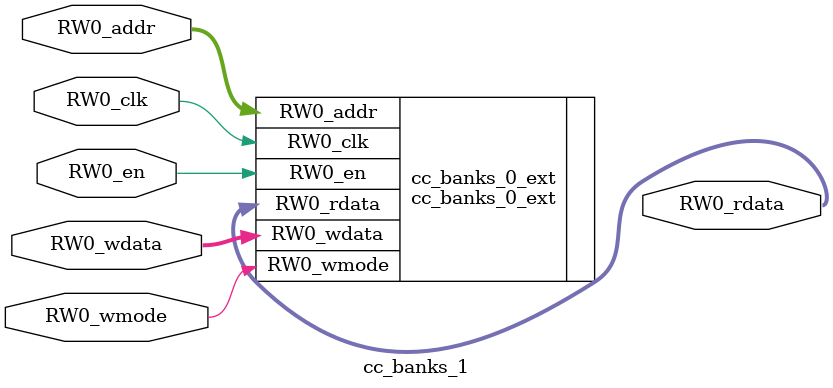
<source format=sv>
`ifndef RANDOMIZE
  `ifdef RANDOMIZE_REG_INIT
    `define RANDOMIZE
  `endif // RANDOMIZE_REG_INIT
`endif // not def RANDOMIZE
`ifndef RANDOMIZE
  `ifdef RANDOMIZE_MEM_INIT
    `define RANDOMIZE
  `endif // RANDOMIZE_MEM_INIT
`endif // not def RANDOMIZE

`ifndef RANDOM
  `define RANDOM $random
`endif // not def RANDOM

// Users can define 'PRINTF_COND' to add an extra gate to prints.
`ifndef PRINTF_COND_
  `ifdef PRINTF_COND
    `define PRINTF_COND_ (`PRINTF_COND)
  `else  // PRINTF_COND
    `define PRINTF_COND_ 1
  `endif // PRINTF_COND
`endif // not def PRINTF_COND_

// Users can define 'ASSERT_VERBOSE_COND' to add an extra gate to assert error printing.
`ifndef ASSERT_VERBOSE_COND_
  `ifdef ASSERT_VERBOSE_COND
    `define ASSERT_VERBOSE_COND_ (`ASSERT_VERBOSE_COND)
  `else  // ASSERT_VERBOSE_COND
    `define ASSERT_VERBOSE_COND_ 1
  `endif // ASSERT_VERBOSE_COND
`endif // not def ASSERT_VERBOSE_COND_

// Users can define 'STOP_COND' to add an extra gate to stop conditions.
`ifndef STOP_COND_
  `ifdef STOP_COND
    `define STOP_COND_ (`STOP_COND)
  `else  // STOP_COND
    `define STOP_COND_ 1
  `endif // STOP_COND
`endif // not def STOP_COND_

// Users can define INIT_RANDOM as general code that gets injected into the
// initializer block for modules with registers.
`ifndef INIT_RANDOM
  `define INIT_RANDOM
`endif // not def INIT_RANDOM

// If using random initialization, you can also define RANDOMIZE_DELAY to
// customize the delay used, otherwise 0.002 is used.
`ifndef RANDOMIZE_DELAY
  `define RANDOMIZE_DELAY 0.002
`endif // not def RANDOMIZE_DELAY

// Define INIT_RANDOM_PROLOG_ for use in our modules below.
`ifndef INIT_RANDOM_PROLOG_
  `ifdef RANDOMIZE
    `ifdef VERILATOR
      `define INIT_RANDOM_PROLOG_ `INIT_RANDOM
    `else  // VERILATOR
      `define INIT_RANDOM_PROLOG_ `INIT_RANDOM #`RANDOMIZE_DELAY begin end
    `endif // VERILATOR
  `else  // RANDOMIZE
    `define INIT_RANDOM_PROLOG_
  `endif // RANDOMIZE
`endif // not def INIT_RANDOM_PROLOG_

// Include register initializers in init blocks unless synthesis is set
`ifndef SYNTHESIS
  `ifndef ENABLE_INITIAL_REG_
    `define ENABLE_INITIAL_REG_
  `endif // not def ENABLE_INITIAL_REG_
`endif // not def SYNTHESIS

// Include rmemory initializers in init blocks unless synthesis is set
`ifndef SYNTHESIS
  `ifndef ENABLE_INITIAL_MEM_
    `define ENABLE_INITIAL_MEM_
  `endif // not def ENABLE_INITIAL_MEM_
`endif // not def SYNTHESIS

module cc_banks_1(	// @[generators/rocket-chip/src/main/scala/util/DescribedSRAM.scala:17:26]
  input  [12:0] RW0_addr,
  input         RW0_en,
  input         RW0_clk,
  input         RW0_wmode,
  input  [63:0] RW0_wdata,
  output [63:0] RW0_rdata
);

  cc_banks_0_ext cc_banks_0_ext (	// @[generators/rocket-chip/src/main/scala/util/DescribedSRAM.scala:17:26]
    .RW0_addr  (RW0_addr),
    .RW0_en    (RW0_en),
    .RW0_clk   (RW0_clk),
    .RW0_wmode (RW0_wmode),
    .RW0_wdata (RW0_wdata),
    .RW0_rdata (RW0_rdata)
  );
endmodule


</source>
